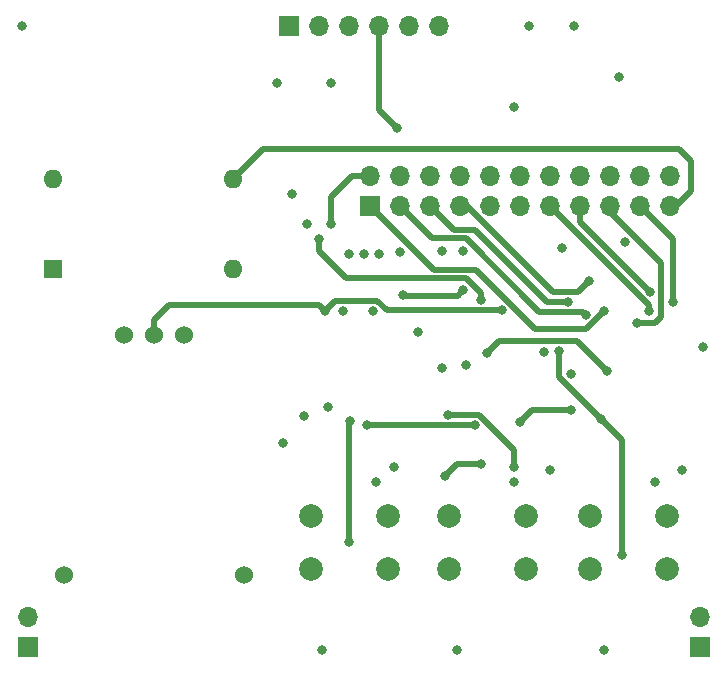
<source format=gbr>
%TF.GenerationSoftware,KiCad,Pcbnew,(6.0.0-0)*%
%TF.CreationDate,2022-10-19T22:54:38-04:00*%
%TF.ProjectId,CLOCK,434c4f43-4b2e-46b6-9963-61645f706362,rev?*%
%TF.SameCoordinates,Original*%
%TF.FileFunction,Copper,L4,Bot*%
%TF.FilePolarity,Positive*%
%FSLAX46Y46*%
G04 Gerber Fmt 4.6, Leading zero omitted, Abs format (unit mm)*
G04 Created by KiCad (PCBNEW (6.0.0-0)) date 2022-10-19 22:54:38*
%MOMM*%
%LPD*%
G01*
G04 APERTURE LIST*
%TA.AperFunction,ComponentPad*%
%ADD10C,2.000000*%
%TD*%
%TA.AperFunction,ComponentPad*%
%ADD11R,1.700000X1.700000*%
%TD*%
%TA.AperFunction,ComponentPad*%
%ADD12O,1.700000X1.700000*%
%TD*%
%TA.AperFunction,ComponentPad*%
%ADD13C,1.524000*%
%TD*%
%TA.AperFunction,ComponentPad*%
%ADD14R,1.600000X1.600000*%
%TD*%
%TA.AperFunction,ComponentPad*%
%ADD15O,1.600000X1.600000*%
%TD*%
%TA.AperFunction,ViaPad*%
%ADD16C,0.800000*%
%TD*%
%TA.AperFunction,Conductor*%
%ADD17C,0.500000*%
%TD*%
G04 APERTURE END LIST*
D10*
%TO.P,SW2,1,1*%
%TO.N,GND*%
X112268000Y-128265000D03*
X105768000Y-128265000D03*
%TO.P,SW2,2,2*%
%TO.N,Net-(R2-Pad2)*%
X105768000Y-123765000D03*
X112268000Y-123765000D03*
%TD*%
D11*
%TO.P,J4,1,Pin_1*%
%TO.N,FREQ13*%
X110744000Y-97536000D03*
D12*
%TO.P,J4,2,Pin_2*%
%TO.N,/CRYSTAL*%
X110744000Y-94996000D03*
%TO.P,J4,3,Pin_3*%
%TO.N,FREQ12*%
X113284000Y-97536000D03*
%TO.P,J4,4,Pin_4*%
%TO.N,/CRYSTAL*%
X113284000Y-94996000D03*
%TO.P,J4,5,Pin_5*%
%TO.N,FREQ11*%
X115824000Y-97536000D03*
%TO.P,J4,6,Pin_6*%
%TO.N,/CRYSTAL*%
X115824000Y-94996000D03*
%TO.P,J4,7,Pin_7*%
%TO.N,FREQ9*%
X118364000Y-97536000D03*
%TO.P,J4,8,Pin_8*%
%TO.N,/CRYSTAL*%
X118364000Y-94996000D03*
%TO.P,J4,9,Pin_9*%
%TO.N,FREQ8*%
X120904000Y-97536000D03*
%TO.P,J4,10,Pin_10*%
%TO.N,/CRYSTAL*%
X120904000Y-94996000D03*
%TO.P,J4,11,Pin_11*%
%TO.N,FREQ7*%
X123444000Y-97536000D03*
%TO.P,J4,12,Pin_12*%
%TO.N,/CRYSTAL*%
X123444000Y-94996000D03*
%TO.P,J4,13,Pin_13*%
%TO.N,FREQ6*%
X125984000Y-97536000D03*
%TO.P,J4,14,Pin_14*%
%TO.N,/CRYSTAL*%
X125984000Y-94996000D03*
%TO.P,J4,15,Pin_15*%
%TO.N,FREQ5*%
X128524000Y-97536000D03*
%TO.P,J4,16,Pin_16*%
%TO.N,/CRYSTAL*%
X128524000Y-94996000D03*
%TO.P,J4,17,Pin_17*%
%TO.N,FREQ4*%
X131064000Y-97536000D03*
%TO.P,J4,18,Pin_18*%
%TO.N,/CRYSTAL*%
X131064000Y-94996000D03*
%TO.P,J4,19,Pin_19*%
%TO.N,FREQ3*%
X133604000Y-97536000D03*
%TO.P,J4,20,Pin_20*%
%TO.N,/CRYSTAL*%
X133604000Y-94996000D03*
%TO.P,J4,21,Pin_21*%
%TO.N,Net-(J4-Pad21)*%
X136144000Y-97536000D03*
%TO.P,J4,22,Pin_22*%
%TO.N,/CRYSTAL*%
X136144000Y-94996000D03*
%TD*%
D10*
%TO.P,SW3,1,1*%
%TO.N,GND*%
X117452000Y-128265000D03*
X123952000Y-128265000D03*
%TO.P,SW3,2,2*%
%TO.N,Net-(R3-Pad2)*%
X117452000Y-123765000D03*
X123952000Y-123765000D03*
%TD*%
D13*
%TO.P,U4,*%
%TO.N,*%
X89916000Y-108458000D03*
X94996000Y-108458000D03*
%TO.P,U4,1,Vcc*%
%TO.N,VCC*%
X84836000Y-128778000D03*
%TO.P,U4,2,Gnd*%
%TO.N,GND*%
X100076000Y-128778000D03*
%TO.P,U4,3,Q*%
%TO.N,/MANUAL_FULL_CLOCK*%
X92456000Y-108458000D03*
%TD*%
D14*
%TO.P,Y1,1,1*%
%TO.N,unconnected-(Y1-Pad1)*%
X83917500Y-102860000D03*
D15*
%TO.P,Y1,2,2*%
%TO.N,GND*%
X99157500Y-102860000D03*
%TO.P,Y1,3,3*%
%TO.N,Net-(J4-Pad21)*%
X99157500Y-95240000D03*
%TO.P,Y1,4,4*%
%TO.N,VCC*%
X83917500Y-95240000D03*
%TD*%
D10*
%TO.P,SW1,1,1*%
%TO.N,GND*%
X135890000Y-128265000D03*
X129390000Y-128265000D03*
%TO.P,SW1,2,2*%
%TO.N,Net-(R1-Pad2)*%
X135890000Y-123765000D03*
X129390000Y-123765000D03*
%TD*%
D11*
%TO.P,J3,1,Pin_1*%
%TO.N,unconnected-(J3-Pad1)*%
X81788000Y-134879000D03*
D12*
%TO.P,J3,2,Pin_2*%
%TO.N,unconnected-(J3-Pad2)*%
X81788000Y-132339000D03*
%TD*%
D11*
%TO.P,J2,1,Pin_1*%
%TO.N,unconnected-(J2-Pad1)*%
X138684000Y-134879000D03*
D12*
%TO.P,J2,2,Pin_2*%
%TO.N,unconnected-(J2-Pad2)*%
X138684000Y-132339000D03*
%TD*%
D11*
%TO.P,J1,1,Pin_1*%
%TO.N,VCC*%
X103886000Y-82296000D03*
D12*
%TO.P,J1,2,Pin_2*%
%TO.N,GND*%
X106426000Y-82296000D03*
%TO.P,J1,3,Pin_3*%
%TO.N,CLOCK*%
X108966000Y-82296000D03*
%TO.P,J1,4,Pin_4*%
X111506000Y-82296000D03*
%TO.P,J1,5,Pin_5*%
%TO.N,~{CLOCK}*%
X114046000Y-82296000D03*
%TO.P,J1,6,Pin_6*%
X116586000Y-82296000D03*
%TD*%
D16*
%TO.N,GND*%
X108458000Y-106426000D03*
%TO.N,VCC*%
X111506000Y-101600000D03*
%TO.N,GND*%
X110236000Y-101600000D03*
X114808000Y-108204000D03*
%TO.N,/CRYSTAL*%
X107442000Y-99060000D03*
%TO.N,/MANUAL_HALF_CLOCK*%
X113553425Y-105068500D03*
%TO.N,VCC*%
X110998000Y-106426000D03*
%TO.N,/MANUAL_FULL_CLOCK*%
X106934000Y-106426000D03*
%TO.N,VCC*%
X105410000Y-99060000D03*
%TO.N,GND*%
X113268575Y-101433500D03*
%TO.N,VCC*%
X108966000Y-101600000D03*
X134874000Y-120904000D03*
X116840000Y-111252000D03*
X111252000Y-120904000D03*
X127000000Y-101092000D03*
X102870000Y-87122000D03*
X127762000Y-111760000D03*
X124206000Y-82296000D03*
X105156000Y-115316000D03*
X116840000Y-101346000D03*
X122936000Y-120904000D03*
%TO.N,GND*%
X106680000Y-135128000D03*
X130556000Y-135128000D03*
X104140000Y-96520000D03*
X81280000Y-82296000D03*
X137160000Y-119888000D03*
X112776000Y-119634000D03*
X131826000Y-86614000D03*
X103378000Y-117602000D03*
X118110000Y-135128000D03*
X128016000Y-82296000D03*
X118618000Y-101346000D03*
X132334000Y-100584000D03*
X118872000Y-110998000D03*
X107188000Y-114554000D03*
X122936000Y-89154000D03*
X138938000Y-109474000D03*
X125984000Y-119888000D03*
X125476000Y-109894500D03*
X107442000Y-87122000D03*
%TO.N,Net-(R1-Pad2)*%
X117348000Y-115228500D03*
X122936000Y-119634000D03*
%TO.N,Net-(R2-Pad2)*%
X120142000Y-119380000D03*
X117094000Y-120396000D03*
%TO.N,Net-(U1-Pad3)*%
X110490000Y-116078000D03*
X119634000Y-116078000D03*
%TO.N,Net-(U1-Pad6)*%
X123444000Y-115824000D03*
X127762000Y-114808000D03*
%TO.N,FREQ11*%
X127508000Y-105664000D03*
%TO.N,FREQ3*%
X136398000Y-105664000D03*
%TO.N,CLOCK*%
X113030000Y-90932000D03*
%TO.N,FREQ12*%
X128992500Y-106765903D03*
%TO.N,FREQ13*%
X130556000Y-106426000D03*
%TO.N,FREQ9*%
X129286000Y-103886000D03*
%TO.N,FREQ6*%
X134366000Y-106426000D03*
%TO.N,FREQ5*%
X134476461Y-104827085D03*
%TO.N,FREQ4*%
X133350000Y-107442000D03*
%TO.N,/EN2*%
X130302000Y-115570000D03*
X132101338Y-127087500D03*
X126746000Y-109815500D03*
%TO.N,/EN1*%
X120650000Y-109982000D03*
X130810000Y-111506000D03*
%TO.N,/EN0*%
X108966000Y-125984000D03*
X109018000Y-115772000D03*
%TO.N,/MANUAL_FULL_CLOCK*%
X121920000Y-106383989D03*
%TO.N,/MANUAL_HALF_CLOCK*%
X118635713Y-104684989D03*
%TO.N,Net-(U7-Pad5)*%
X120158085Y-105534489D03*
X106426000Y-100330000D03*
%TD*%
D17*
%TO.N,/MANUAL_FULL_CLOCK*%
X111349876Y-105576499D02*
X112157366Y-106383989D01*
X106934000Y-106426000D02*
X107783501Y-105576499D01*
X112157366Y-106383989D02*
X121920000Y-106383989D01*
X107783501Y-105576499D02*
X111349876Y-105576499D01*
%TO.N,FREQ13*%
X129032000Y-107950000D02*
X130556000Y-106426000D01*
X124714000Y-107950000D02*
X129032000Y-107950000D01*
X110744000Y-97536000D02*
X116140490Y-102932490D01*
X119696490Y-102932490D02*
X124714000Y-107950000D01*
X116140490Y-102932490D02*
X119696490Y-102932490D01*
%TO.N,Net-(U7-Pad5)*%
X120158085Y-105534489D02*
X120158085Y-104918085D01*
X108712000Y-103632000D02*
X106426000Y-101346000D01*
X120158085Y-104918085D02*
X118872000Y-103632000D01*
X118872000Y-103632000D02*
X108712000Y-103632000D01*
X106426000Y-101346000D02*
X106426000Y-100330000D01*
%TO.N,/MANUAL_HALF_CLOCK*%
X118635713Y-104684989D02*
X118164702Y-105156000D01*
X118164702Y-105156000D02*
X113640925Y-105156000D01*
X113640925Y-105156000D02*
X113553425Y-105068500D01*
%TO.N,/CRYSTAL*%
X109220000Y-94996000D02*
X110744000Y-94996000D01*
X107442000Y-99060000D02*
X107442000Y-96774000D01*
X107442000Y-96774000D02*
X109220000Y-94996000D01*
%TO.N,/MANUAL_FULL_CLOCK*%
X92456000Y-108458000D02*
X92456000Y-107188000D01*
X93472000Y-106172000D02*
X93726000Y-105918000D01*
X93726000Y-105918000D02*
X102616000Y-105918000D01*
X92456000Y-107188000D02*
X93472000Y-106172000D01*
X102616000Y-105918000D02*
X106426000Y-105918000D01*
X106426000Y-105918000D02*
X106934000Y-106426000D01*
%TO.N,Net-(R1-Pad2)*%
X117348000Y-115228500D02*
X119985876Y-115228499D01*
X122936000Y-118178623D02*
X122936000Y-119634000D01*
X119985876Y-115228499D02*
X122936000Y-118178623D01*
%TO.N,Net-(R2-Pad2)*%
X118110000Y-119380000D02*
X117094000Y-120396000D01*
X118110000Y-119380000D02*
X120142000Y-119380000D01*
%TO.N,Net-(U1-Pad3)*%
X110490000Y-116078000D02*
X119634000Y-116078000D01*
%TO.N,Net-(U1-Pad6)*%
X127762000Y-114808000D02*
X124460000Y-114808000D01*
X124460000Y-114808000D02*
X123444000Y-115824000D01*
%TO.N,FREQ11*%
X117856000Y-99568000D02*
X119634000Y-99568000D01*
X125730000Y-105664000D02*
X127508000Y-105664000D01*
X115824000Y-97536000D02*
X117856000Y-99568000D01*
X119634000Y-99568000D02*
X125730000Y-105664000D01*
%TO.N,FREQ3*%
X133604000Y-97536000D02*
X136398000Y-100330000D01*
X136398000Y-100330000D02*
X136398000Y-105664000D01*
%TO.N,CLOCK*%
X111506000Y-89408000D02*
X111506000Y-82296000D01*
X113030000Y-90932000D02*
X111506000Y-89408000D01*
%TO.N,FREQ12*%
X128740098Y-106513501D02*
X128992500Y-106765903D01*
X125082244Y-106513501D02*
X128740098Y-106513501D01*
X116015511Y-100267511D02*
X118836254Y-100267511D01*
X118836254Y-100267511D02*
X125082244Y-106513501D01*
X113284000Y-97536000D02*
X116015511Y-100267511D01*
%TO.N,FREQ9*%
X118925485Y-97536000D02*
X126203984Y-104814499D01*
X128357501Y-104814499D02*
X129286000Y-103886000D01*
X126203984Y-104814499D02*
X128357501Y-104814499D01*
%TO.N,FREQ6*%
X125984000Y-97536000D02*
X134366000Y-105918000D01*
X134366000Y-105918000D02*
X134366000Y-106426000D01*
%TO.N,FREQ5*%
X128524000Y-97536000D02*
X128524000Y-98874624D01*
X128524000Y-98874624D02*
X134476461Y-104827085D01*
%TO.N,FREQ4*%
X135382000Y-102362000D02*
X135382000Y-106934000D01*
X135382000Y-106934000D02*
X135128000Y-107188000D01*
X131064000Y-98044000D02*
X135382000Y-102362000D01*
X135128000Y-107188000D02*
X134874000Y-107442000D01*
X134874000Y-107442000D02*
X133350000Y-107442000D01*
%TO.N,/EN2*%
X132101338Y-117369338D02*
X132101338Y-127087500D01*
X126746000Y-112014000D02*
X126746000Y-109815500D01*
X130302000Y-115570000D02*
X132101338Y-117369338D01*
X130302000Y-115570000D02*
X126746000Y-112014000D01*
%TO.N,/EN1*%
X121666000Y-108966000D02*
X128270000Y-108966000D01*
X120650000Y-109982000D02*
X121666000Y-108966000D01*
X128270000Y-108966000D02*
X130810000Y-111506000D01*
%TO.N,/EN0*%
X108966000Y-125984000D02*
X108966000Y-115824000D01*
X108966000Y-115824000D02*
X109018000Y-115772000D01*
%TO.N,Net-(J4-Pad21)*%
X99157500Y-95240000D02*
X101687500Y-92710000D01*
X136906000Y-92710000D02*
X137922000Y-93726000D01*
X137922000Y-93726000D02*
X137922000Y-96266000D01*
X137922000Y-96266000D02*
X136652000Y-97536000D01*
X101687500Y-92710000D02*
X136906000Y-92710000D01*
%TD*%
M02*

</source>
